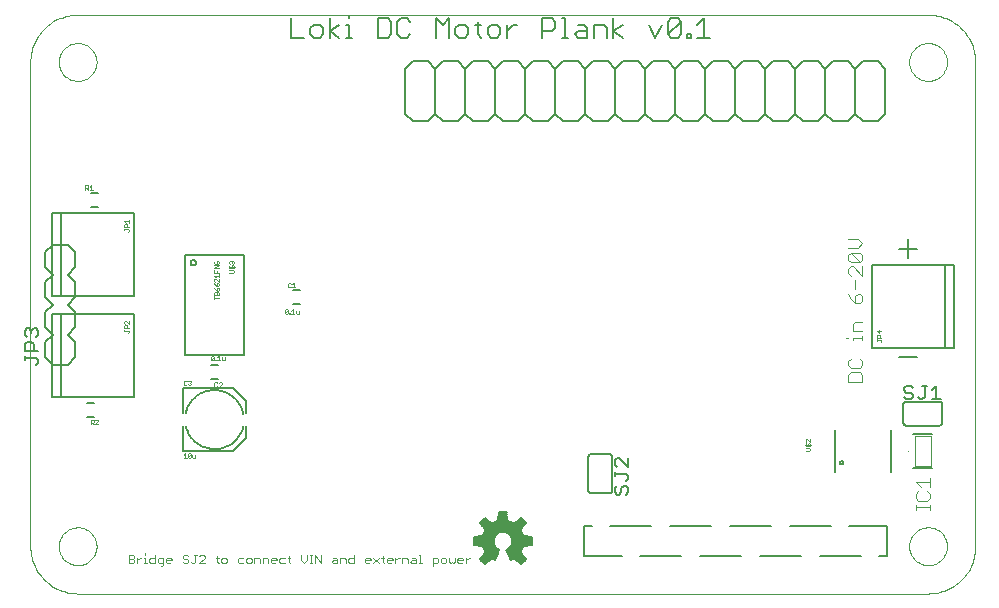
<source format=gto>
G75*
G70*
%OFA0B0*%
%FSLAX24Y24*%
%IPPOS*%
%LPD*%
%AMOC8*
5,1,8,0,0,1.08239X$1,22.5*
%
%ADD10C,0.0060*%
%ADD11C,0.0080*%
%ADD12C,0.0040*%
%ADD13C,0.0020*%
%ADD14C,0.0070*%
%ADD15C,0.0000*%
%ADD16C,0.0004*%
%ADD17C,0.0050*%
%ADD18C,0.0030*%
%ADD19C,0.0010*%
%ADD20C,0.0059*%
D10*
X007300Y006389D02*
X007536Y006389D01*
X007536Y006861D02*
X007300Y006861D01*
X011425Y007639D02*
X011661Y007639D01*
X011661Y008111D02*
X011425Y008111D01*
X014175Y010139D02*
X014411Y010139D01*
X014411Y010611D02*
X014175Y010611D01*
X007661Y013389D02*
X007425Y013389D01*
X007425Y013861D02*
X007661Y013861D01*
X017918Y016500D02*
X017918Y018000D01*
X018168Y018250D01*
X018668Y018250D01*
X018918Y018000D01*
X018918Y016500D01*
X019168Y016250D01*
X019668Y016250D01*
X019918Y016500D01*
X019918Y018000D01*
X020168Y018250D01*
X020668Y018250D01*
X020918Y018000D01*
X020918Y016500D01*
X021168Y016250D01*
X021668Y016250D01*
X021918Y016500D01*
X021918Y018000D01*
X022168Y018250D01*
X022668Y018250D01*
X022918Y018000D01*
X022918Y016500D01*
X023168Y016250D01*
X023668Y016250D01*
X023918Y016500D01*
X023918Y018000D01*
X024168Y018250D01*
X024668Y018250D01*
X024918Y018000D01*
X024918Y016500D01*
X024668Y016250D01*
X024168Y016250D01*
X023918Y016500D01*
X024918Y016500D02*
X025168Y016250D01*
X025668Y016250D01*
X025918Y016500D01*
X025918Y018000D01*
X026168Y018250D01*
X026668Y018250D01*
X026918Y018000D01*
X027168Y018250D01*
X027668Y018250D01*
X027918Y018000D01*
X028168Y018250D01*
X028668Y018250D01*
X028918Y018000D01*
X028918Y016500D01*
X029168Y016250D01*
X029668Y016250D01*
X029918Y016500D01*
X029918Y018000D01*
X030168Y018250D01*
X030668Y018250D01*
X030918Y018000D01*
X030918Y016500D01*
X030668Y016250D01*
X030168Y016250D01*
X029918Y016500D01*
X028918Y016500D02*
X028668Y016250D01*
X028168Y016250D01*
X027918Y016500D01*
X027918Y018000D01*
X026918Y018000D02*
X026918Y016500D01*
X027168Y016250D01*
X027668Y016250D01*
X027918Y016500D01*
X026918Y016500D02*
X026668Y016250D01*
X026168Y016250D01*
X025918Y016500D01*
X025918Y018000D02*
X025668Y018250D01*
X025168Y018250D01*
X024918Y018000D01*
X023918Y018000D02*
X023668Y018250D01*
X023168Y018250D01*
X022918Y018000D01*
X021918Y018000D02*
X021668Y018250D01*
X021168Y018250D01*
X020918Y018000D01*
X019918Y018000D02*
X019668Y018250D01*
X019168Y018250D01*
X018918Y018000D01*
X018942Y019030D02*
X018942Y019671D01*
X019156Y019457D01*
X019369Y019671D01*
X019369Y019030D01*
X019587Y019137D02*
X019693Y019030D01*
X019907Y019030D01*
X020014Y019137D01*
X020014Y019350D01*
X019907Y019457D01*
X019693Y019457D01*
X019587Y019350D01*
X019587Y019137D01*
X020231Y019457D02*
X020445Y019457D01*
X020338Y019564D02*
X020338Y019137D01*
X020445Y019030D01*
X020661Y019137D02*
X020768Y019030D01*
X020981Y019030D01*
X021088Y019137D01*
X021088Y019350D01*
X020981Y019457D01*
X020768Y019457D01*
X020661Y019350D01*
X020661Y019137D01*
X021306Y019244D02*
X021519Y019457D01*
X021626Y019457D01*
X021306Y019457D02*
X021306Y019030D01*
X022487Y019030D02*
X022487Y019671D01*
X022807Y019671D01*
X022914Y019564D01*
X022914Y019350D01*
X022807Y019244D01*
X022487Y019244D01*
X023132Y019030D02*
X023345Y019030D01*
X023239Y019030D02*
X023239Y019671D01*
X023132Y019671D01*
X023668Y019457D02*
X023882Y019457D01*
X023988Y019350D01*
X023988Y019030D01*
X023668Y019030D01*
X023561Y019137D01*
X023668Y019244D01*
X023988Y019244D01*
X024206Y019457D02*
X024526Y019457D01*
X024633Y019350D01*
X024633Y019030D01*
X024851Y019030D02*
X024851Y019671D01*
X025171Y019457D02*
X024851Y019244D01*
X025171Y019030D01*
X026032Y019457D02*
X026246Y019030D01*
X026459Y019457D01*
X026677Y019564D02*
X026784Y019671D01*
X026997Y019671D01*
X027104Y019564D01*
X026677Y019137D01*
X026784Y019030D01*
X026997Y019030D01*
X027104Y019137D01*
X027104Y019564D01*
X026677Y019564D02*
X026677Y019137D01*
X027321Y019137D02*
X027321Y019030D01*
X027428Y019030D01*
X027428Y019137D01*
X027321Y019137D01*
X027644Y019030D02*
X028071Y019030D01*
X027857Y019030D02*
X027857Y019671D01*
X027644Y019457D01*
X028918Y018000D02*
X029168Y018250D01*
X029668Y018250D01*
X029918Y018000D01*
X030918Y018000D02*
X031168Y018250D01*
X031668Y018250D01*
X031918Y018000D01*
X031918Y016500D01*
X031668Y016250D01*
X031168Y016250D01*
X030918Y016500D01*
X031918Y016500D02*
X032168Y016250D01*
X032668Y016250D01*
X032918Y016500D01*
X033168Y016250D01*
X033668Y016250D01*
X033918Y016500D01*
X033918Y018000D01*
X033668Y018250D01*
X033168Y018250D01*
X032918Y018000D01*
X032918Y016500D01*
X032918Y018000D02*
X032668Y018250D01*
X032168Y018250D01*
X031918Y018000D01*
X024206Y019030D02*
X024206Y019457D01*
X018080Y019564D02*
X017973Y019671D01*
X017760Y019671D01*
X017653Y019564D01*
X017653Y019137D01*
X017760Y019030D01*
X017973Y019030D01*
X018080Y019137D01*
X017436Y019137D02*
X017436Y019564D01*
X017329Y019671D01*
X017009Y019671D01*
X017009Y019030D01*
X017329Y019030D01*
X017436Y019137D01*
X016148Y019030D02*
X015934Y019030D01*
X016041Y019030D02*
X016041Y019457D01*
X015934Y019457D01*
X015717Y019457D02*
X015397Y019244D01*
X015717Y019030D01*
X015397Y019030D02*
X015397Y019671D01*
X015180Y019350D02*
X015073Y019457D01*
X014859Y019457D01*
X014753Y019350D01*
X014753Y019137D01*
X014859Y019030D01*
X015073Y019030D01*
X015180Y019137D01*
X015180Y019350D01*
X014535Y019030D02*
X014108Y019030D01*
X014108Y019671D01*
X016041Y019671D02*
X016041Y019777D01*
X017918Y016500D02*
X018168Y016250D01*
X018668Y016250D01*
X018918Y016500D01*
X019918Y016500D02*
X020168Y016250D01*
X020668Y016250D01*
X020918Y016500D01*
X021918Y016500D02*
X022168Y016250D01*
X022668Y016250D01*
X022918Y016500D01*
X034618Y006900D02*
X035718Y006900D01*
X035735Y006898D01*
X035752Y006894D01*
X035768Y006887D01*
X035782Y006877D01*
X035795Y006864D01*
X035805Y006850D01*
X035812Y006834D01*
X035816Y006817D01*
X035818Y006800D01*
X035818Y006200D01*
X035816Y006183D01*
X035812Y006166D01*
X035805Y006150D01*
X035795Y006136D01*
X035782Y006123D01*
X035768Y006113D01*
X035752Y006106D01*
X035735Y006102D01*
X035718Y006100D01*
X034618Y006100D01*
X034601Y006102D01*
X034584Y006106D01*
X034568Y006113D01*
X034554Y006123D01*
X034541Y006136D01*
X034531Y006150D01*
X034524Y006166D01*
X034520Y006183D01*
X034518Y006200D01*
X034518Y006800D01*
X034520Y006817D01*
X034524Y006834D01*
X034531Y006850D01*
X034541Y006864D01*
X034554Y006877D01*
X034568Y006887D01*
X034584Y006894D01*
X034601Y006898D01*
X034618Y006900D01*
X034098Y005960D02*
X034098Y004540D01*
X032238Y004540D02*
X032238Y005960D01*
X024818Y005050D02*
X024818Y003950D01*
X024816Y003933D01*
X024812Y003916D01*
X024805Y003900D01*
X024795Y003886D01*
X024782Y003873D01*
X024768Y003863D01*
X024752Y003856D01*
X024735Y003852D01*
X024718Y003850D01*
X024118Y003850D01*
X024101Y003852D01*
X024084Y003856D01*
X024068Y003863D01*
X024054Y003873D01*
X024041Y003886D01*
X024031Y003900D01*
X024024Y003916D01*
X024020Y003933D01*
X024018Y003950D01*
X024018Y005050D01*
X024020Y005067D01*
X024024Y005084D01*
X024031Y005100D01*
X024041Y005114D01*
X024054Y005127D01*
X024068Y005137D01*
X024084Y005144D01*
X024101Y005148D01*
X024118Y005150D01*
X024718Y005150D01*
X024735Y005148D01*
X024752Y005144D01*
X024768Y005137D01*
X024782Y005127D01*
X024795Y005114D01*
X024805Y005100D01*
X024812Y005084D01*
X024816Y005067D01*
X024818Y005050D01*
D11*
X032401Y004860D02*
X032403Y004875D01*
X032409Y004888D01*
X032418Y004900D01*
X032429Y004909D01*
X032443Y004915D01*
X032458Y004917D01*
X032473Y004915D01*
X032486Y004909D01*
X032498Y004900D01*
X032507Y004889D01*
X032513Y004875D01*
X032515Y004860D01*
X032513Y004845D01*
X032507Y004832D01*
X032498Y004820D01*
X032487Y004811D01*
X032473Y004805D01*
X032458Y004803D01*
X032443Y004805D01*
X032430Y004811D01*
X032418Y004820D01*
X032409Y004831D01*
X032403Y004845D01*
X032401Y004860D01*
X034373Y008375D02*
X034987Y008375D01*
X035895Y008686D02*
X033455Y008686D01*
X033455Y011442D01*
X035895Y011442D01*
X035895Y008686D01*
X036210Y008686D01*
X036210Y011442D01*
X035895Y011442D01*
X034987Y012000D02*
X034373Y012000D01*
X034680Y012307D02*
X034680Y011693D01*
X012527Y011798D02*
X012527Y008452D01*
X010559Y008452D01*
X010559Y011798D01*
X012527Y011798D01*
X010755Y011525D02*
X010757Y011543D01*
X010763Y011561D01*
X010772Y011577D01*
X010784Y011590D01*
X010799Y011601D01*
X010816Y011609D01*
X010834Y011613D01*
X010852Y011613D01*
X010870Y011609D01*
X010887Y011601D01*
X010902Y011590D01*
X010914Y011577D01*
X010923Y011561D01*
X010929Y011543D01*
X010931Y011525D01*
X010929Y011507D01*
X010923Y011489D01*
X010914Y011473D01*
X010902Y011460D01*
X010887Y011449D01*
X010870Y011441D01*
X010852Y011437D01*
X010834Y011437D01*
X010816Y011441D01*
X010799Y011449D01*
X010784Y011460D01*
X010772Y011473D01*
X010763Y011489D01*
X010757Y011507D01*
X010755Y011525D01*
X008882Y010433D02*
X006441Y010433D01*
X006441Y013189D01*
X008882Y013189D01*
X008882Y010433D01*
X008882Y009814D02*
X006441Y009814D01*
X006441Y007058D01*
X006126Y007058D01*
X006126Y009814D01*
X006441Y009814D01*
X006668Y010125D02*
X006918Y009875D01*
X006918Y009375D01*
X006668Y009125D01*
X006918Y008875D01*
X006918Y008375D01*
X006668Y008125D01*
X006168Y008125D01*
X005918Y008375D01*
X005918Y008875D01*
X006168Y009125D01*
X005918Y009375D01*
X005918Y009875D01*
X006168Y010125D01*
X005918Y010375D01*
X005918Y010875D01*
X006168Y011125D01*
X005918Y011375D01*
X005918Y011875D01*
X006168Y012125D01*
X006668Y012125D01*
X006918Y011875D01*
X006918Y011375D01*
X006668Y011125D01*
X006918Y010875D01*
X006918Y010375D01*
X006668Y010125D01*
X006441Y010433D02*
X006126Y010433D01*
X006126Y013189D01*
X006441Y013189D01*
X008882Y009814D02*
X008882Y007058D01*
X006441Y007058D01*
X010519Y007340D02*
X010519Y006513D01*
X010519Y006080D02*
X010519Y005253D01*
X012173Y005253D01*
X012606Y005686D01*
X012606Y006099D01*
X012606Y006513D02*
X012606Y006906D01*
X012173Y007340D01*
X010519Y007340D01*
X010598Y006513D02*
X010613Y006572D01*
X010631Y006629D01*
X010653Y006686D01*
X010678Y006741D01*
X010707Y006794D01*
X010739Y006846D01*
X010774Y006895D01*
X010812Y006942D01*
X010853Y006987D01*
X010897Y007029D01*
X010943Y007068D01*
X010991Y007104D01*
X011042Y007138D01*
X011095Y007168D01*
X011149Y007194D01*
X011205Y007218D01*
X011262Y007237D01*
X011321Y007253D01*
X011380Y007266D01*
X011440Y007275D01*
X011500Y007280D01*
X011561Y007281D01*
X011622Y007278D01*
X011682Y007272D01*
X011742Y007262D01*
X011801Y007248D01*
X011859Y007231D01*
X011916Y007210D01*
X011971Y007186D01*
X012025Y007158D01*
X012077Y007127D01*
X012127Y007093D01*
X012175Y007055D01*
X012220Y007015D01*
X012263Y006972D01*
X012303Y006927D01*
X012340Y006879D01*
X012374Y006829D01*
X012405Y006777D01*
X012432Y006723D01*
X012457Y006667D01*
X012477Y006610D01*
X012494Y006552D01*
X012508Y006493D01*
X012528Y006099D02*
X012513Y006039D01*
X012495Y005980D01*
X012472Y005922D01*
X012446Y005865D01*
X012417Y005811D01*
X012384Y005758D01*
X012348Y005707D01*
X012309Y005659D01*
X012267Y005613D01*
X012222Y005571D01*
X012175Y005530D01*
X012125Y005494D01*
X012073Y005460D01*
X012019Y005429D01*
X011963Y005402D01*
X011905Y005379D01*
X011846Y005359D01*
X011786Y005343D01*
X011726Y005331D01*
X011664Y005322D01*
X011602Y005318D01*
X011540Y005317D01*
X011478Y005320D01*
X011416Y005328D01*
X011355Y005339D01*
X011295Y005353D01*
X011236Y005372D01*
X011178Y005394D01*
X011121Y005420D01*
X011067Y005449D01*
X011014Y005482D01*
X010963Y005518D01*
X010915Y005557D01*
X010869Y005599D01*
X010826Y005644D01*
X010786Y005691D01*
X010749Y005741D01*
X010715Y005793D01*
X010685Y005847D01*
X010658Y005903D01*
X010634Y005961D01*
X010614Y006020D01*
X010598Y006080D01*
D12*
X032688Y007565D02*
X032688Y007795D01*
X032764Y007871D01*
X033071Y007871D01*
X033148Y007795D01*
X033148Y007565D01*
X032688Y007565D01*
X032764Y008025D02*
X033071Y008025D01*
X033148Y008102D01*
X033148Y008255D01*
X033071Y008332D01*
X032764Y008332D02*
X032688Y008255D01*
X032688Y008102D01*
X032764Y008025D01*
X032841Y008946D02*
X032841Y009022D01*
X033148Y009022D01*
X033148Y008946D02*
X033148Y009099D01*
X033148Y009253D02*
X032841Y009253D01*
X032841Y009483D01*
X032918Y009560D01*
X033148Y009560D01*
X032688Y009022D02*
X032611Y009022D01*
X032918Y010173D02*
X032918Y010404D01*
X032995Y010480D01*
X033071Y010480D01*
X033148Y010404D01*
X033148Y010250D01*
X033071Y010173D01*
X032918Y010173D01*
X032764Y010327D01*
X032688Y010480D01*
X032918Y010634D02*
X032918Y010941D01*
X032764Y011094D02*
X032688Y011171D01*
X032688Y011324D01*
X032764Y011401D01*
X032841Y011401D01*
X033148Y011094D01*
X033148Y011401D01*
X033071Y011555D02*
X032764Y011555D01*
X032688Y011631D01*
X032688Y011785D01*
X032764Y011862D01*
X033071Y011555D01*
X033148Y011631D01*
X033148Y011785D01*
X033071Y011862D01*
X032764Y011862D01*
X032688Y012015D02*
X032995Y012015D01*
X033148Y012168D01*
X032995Y012322D01*
X032688Y012322D01*
X035398Y004367D02*
X035398Y004060D01*
X035398Y004213D02*
X034938Y004213D01*
X035091Y004060D01*
X035014Y003906D02*
X034938Y003829D01*
X034938Y003676D01*
X035014Y003599D01*
X035321Y003599D01*
X035398Y003676D01*
X035398Y003829D01*
X035321Y003906D01*
X035398Y003446D02*
X035398Y003292D01*
X035398Y003369D02*
X034938Y003369D01*
X034938Y003292D02*
X034938Y003446D01*
D13*
X020070Y001697D02*
X020023Y001697D01*
X019930Y001603D01*
X019840Y001603D02*
X019654Y001603D01*
X019654Y001557D02*
X019654Y001650D01*
X019700Y001697D01*
X019794Y001697D01*
X019840Y001650D01*
X019840Y001603D01*
X019794Y001510D02*
X019700Y001510D01*
X019654Y001557D01*
X019564Y001557D02*
X019564Y001697D01*
X019564Y001557D02*
X019517Y001510D01*
X019471Y001557D01*
X019424Y001510D01*
X019377Y001557D01*
X019377Y001697D01*
X019288Y001650D02*
X019241Y001697D01*
X019148Y001697D01*
X019101Y001650D01*
X019101Y001557D01*
X019148Y001510D01*
X019241Y001510D01*
X019288Y001557D01*
X019288Y001650D01*
X019012Y001650D02*
X019012Y001557D01*
X018965Y001510D01*
X018825Y001510D01*
X018825Y001417D02*
X018825Y001697D01*
X018965Y001697D01*
X019012Y001650D01*
X018458Y001510D02*
X018364Y001510D01*
X018411Y001510D02*
X018411Y001790D01*
X018364Y001790D01*
X018228Y001697D02*
X018275Y001650D01*
X018275Y001510D01*
X018135Y001510D01*
X018088Y001557D01*
X018135Y001603D01*
X018275Y001603D01*
X018228Y001697D02*
X018135Y001697D01*
X017999Y001650D02*
X017999Y001510D01*
X017999Y001650D02*
X017952Y001697D01*
X017812Y001697D01*
X017812Y001510D01*
X017722Y001697D02*
X017675Y001697D01*
X017582Y001603D01*
X017492Y001603D02*
X017306Y001603D01*
X017306Y001557D02*
X017306Y001650D01*
X017352Y001697D01*
X017446Y001697D01*
X017492Y001650D01*
X017492Y001603D01*
X017446Y001510D02*
X017352Y001510D01*
X017306Y001557D01*
X017215Y001510D02*
X017168Y001557D01*
X017168Y001744D01*
X017121Y001697D02*
X017215Y001697D01*
X017032Y001697D02*
X016845Y001510D01*
X016756Y001603D02*
X016569Y001603D01*
X016569Y001557D02*
X016569Y001650D01*
X016616Y001697D01*
X016709Y001697D01*
X016756Y001650D01*
X016756Y001603D01*
X016709Y001510D02*
X016616Y001510D01*
X016569Y001557D01*
X016845Y001697D02*
X017032Y001510D01*
X017582Y001510D02*
X017582Y001697D01*
X016203Y001697D02*
X016063Y001697D01*
X016016Y001650D01*
X016016Y001557D01*
X016063Y001510D01*
X016203Y001510D01*
X016203Y001790D01*
X015927Y001650D02*
X015927Y001510D01*
X015927Y001650D02*
X015880Y001697D01*
X015740Y001697D01*
X015740Y001510D01*
X015651Y001510D02*
X015511Y001510D01*
X015464Y001557D01*
X015511Y001603D01*
X015651Y001603D01*
X015651Y001650D02*
X015651Y001510D01*
X015651Y001650D02*
X015604Y001697D01*
X015511Y001697D01*
X015098Y001790D02*
X015098Y001510D01*
X014912Y001790D01*
X014912Y001510D01*
X014821Y001510D02*
X014727Y001510D01*
X014774Y001510D02*
X014774Y001790D01*
X014727Y001790D02*
X014821Y001790D01*
X014638Y001790D02*
X014638Y001603D01*
X014545Y001510D01*
X014451Y001603D01*
X014451Y001790D01*
X014084Y001697D02*
X013991Y001697D01*
X014037Y001744D02*
X014037Y001557D01*
X014084Y001510D01*
X013901Y001510D02*
X013761Y001510D01*
X013714Y001557D01*
X013714Y001650D01*
X013761Y001697D01*
X013901Y001697D01*
X013625Y001650D02*
X013625Y001603D01*
X013438Y001603D01*
X013438Y001557D02*
X013438Y001650D01*
X013485Y001697D01*
X013578Y001697D01*
X013625Y001650D01*
X013578Y001510D02*
X013485Y001510D01*
X013438Y001557D01*
X013349Y001510D02*
X013349Y001650D01*
X013302Y001697D01*
X013162Y001697D01*
X013162Y001510D01*
X013073Y001510D02*
X013073Y001650D01*
X013026Y001697D01*
X012886Y001697D01*
X012886Y001510D01*
X012796Y001557D02*
X012796Y001650D01*
X012750Y001697D01*
X012656Y001697D01*
X012610Y001650D01*
X012610Y001557D01*
X012656Y001510D01*
X012750Y001510D01*
X012796Y001557D01*
X012520Y001510D02*
X012380Y001510D01*
X012333Y001557D01*
X012333Y001650D01*
X012380Y001697D01*
X012520Y001697D01*
X011968Y001650D02*
X011968Y001557D01*
X011921Y001510D01*
X011828Y001510D01*
X011781Y001557D01*
X011781Y001650D01*
X011828Y001697D01*
X011921Y001697D01*
X011968Y001650D01*
X011690Y001697D02*
X011597Y001697D01*
X011643Y001744D02*
X011643Y001557D01*
X011690Y001510D01*
X011231Y001510D02*
X011044Y001510D01*
X011231Y001697D01*
X011231Y001744D01*
X011184Y001790D01*
X011091Y001790D01*
X011044Y001744D01*
X010955Y001790D02*
X010861Y001790D01*
X010908Y001790D02*
X010908Y001557D01*
X010861Y001510D01*
X010815Y001510D01*
X010768Y001557D01*
X010679Y001557D02*
X010632Y001510D01*
X010538Y001510D01*
X010492Y001557D01*
X010538Y001650D02*
X010632Y001650D01*
X010679Y001603D01*
X010679Y001557D01*
X010538Y001650D02*
X010492Y001697D01*
X010492Y001744D01*
X010538Y001790D01*
X010632Y001790D01*
X010679Y001744D01*
X010126Y001650D02*
X010126Y001603D01*
X009939Y001603D01*
X009939Y001557D02*
X009939Y001650D01*
X009986Y001697D01*
X010079Y001697D01*
X010126Y001650D01*
X010079Y001510D02*
X009986Y001510D01*
X009939Y001557D01*
X009850Y001510D02*
X009710Y001510D01*
X009663Y001557D01*
X009663Y001650D01*
X009710Y001697D01*
X009850Y001697D01*
X009850Y001463D01*
X009803Y001417D01*
X009756Y001417D01*
X009574Y001510D02*
X009574Y001790D01*
X009574Y001697D02*
X009434Y001697D01*
X009387Y001650D01*
X009387Y001557D01*
X009434Y001510D01*
X009574Y001510D01*
X009296Y001510D02*
X009203Y001510D01*
X009249Y001510D02*
X009249Y001697D01*
X009203Y001697D01*
X009113Y001697D02*
X009066Y001697D01*
X008972Y001603D01*
X008883Y001603D02*
X008883Y001557D01*
X008836Y001510D01*
X008696Y001510D01*
X008696Y001790D01*
X008836Y001790D01*
X008883Y001744D01*
X008883Y001697D01*
X008836Y001650D01*
X008696Y001650D01*
X008836Y001650D02*
X008883Y001603D01*
X008972Y001510D02*
X008972Y001697D01*
X009249Y001790D02*
X009249Y001837D01*
X019930Y001697D02*
X019930Y001510D01*
D14*
X023879Y001758D02*
X025131Y001758D01*
X025729Y001742D02*
X027107Y001742D01*
X027729Y001742D02*
X029107Y001742D01*
X029729Y001742D02*
X031107Y001742D01*
X031729Y001742D02*
X033107Y001742D01*
X033694Y001758D02*
X033957Y001758D01*
X033957Y002742D01*
X032694Y002742D01*
X032107Y002742D02*
X030729Y002742D01*
X030107Y002742D02*
X028729Y002742D01*
X028107Y002742D02*
X026729Y002742D01*
X026107Y002742D02*
X024729Y002742D01*
X024131Y002742D02*
X023879Y002742D01*
X023879Y001758D01*
D15*
X005418Y002075D02*
X005418Y018217D01*
X006363Y018217D02*
X006365Y018267D01*
X006371Y018317D01*
X006381Y018366D01*
X006395Y018414D01*
X006412Y018461D01*
X006433Y018506D01*
X006458Y018550D01*
X006486Y018591D01*
X006518Y018630D01*
X006552Y018667D01*
X006589Y018701D01*
X006629Y018731D01*
X006671Y018758D01*
X006715Y018782D01*
X006761Y018803D01*
X006808Y018819D01*
X006856Y018832D01*
X006906Y018841D01*
X006955Y018846D01*
X007006Y018847D01*
X007056Y018844D01*
X007105Y018837D01*
X007154Y018826D01*
X007202Y018811D01*
X007248Y018793D01*
X007293Y018771D01*
X007336Y018745D01*
X007377Y018716D01*
X007416Y018684D01*
X007452Y018649D01*
X007484Y018611D01*
X007514Y018571D01*
X007541Y018528D01*
X007564Y018484D01*
X007583Y018438D01*
X007599Y018390D01*
X007611Y018341D01*
X007619Y018292D01*
X007623Y018242D01*
X007623Y018192D01*
X007619Y018142D01*
X007611Y018093D01*
X007599Y018044D01*
X007583Y017996D01*
X007564Y017950D01*
X007541Y017906D01*
X007514Y017863D01*
X007484Y017823D01*
X007452Y017785D01*
X007416Y017750D01*
X007377Y017718D01*
X007336Y017689D01*
X007293Y017663D01*
X007248Y017641D01*
X007202Y017623D01*
X007154Y017608D01*
X007105Y017597D01*
X007056Y017590D01*
X007006Y017587D01*
X006955Y017588D01*
X006906Y017593D01*
X006856Y017602D01*
X006808Y017615D01*
X006761Y017631D01*
X006715Y017652D01*
X006671Y017676D01*
X006629Y017703D01*
X006589Y017733D01*
X006552Y017767D01*
X006518Y017804D01*
X006486Y017843D01*
X006458Y017884D01*
X006433Y017928D01*
X006412Y017973D01*
X006395Y018020D01*
X006381Y018068D01*
X006371Y018117D01*
X006365Y018167D01*
X006363Y018217D01*
X005418Y018217D02*
X005420Y018294D01*
X005426Y018371D01*
X005435Y018448D01*
X005448Y018524D01*
X005465Y018600D01*
X005486Y018674D01*
X005510Y018748D01*
X005538Y018820D01*
X005569Y018890D01*
X005604Y018959D01*
X005642Y019027D01*
X005683Y019092D01*
X005728Y019155D01*
X005776Y019216D01*
X005826Y019275D01*
X005879Y019331D01*
X005935Y019384D01*
X005994Y019434D01*
X006055Y019482D01*
X006118Y019527D01*
X006183Y019568D01*
X006251Y019606D01*
X006320Y019641D01*
X006390Y019672D01*
X006462Y019700D01*
X006536Y019724D01*
X006610Y019745D01*
X006686Y019762D01*
X006762Y019775D01*
X006839Y019784D01*
X006916Y019790D01*
X006993Y019792D01*
X006993Y019791D02*
X035339Y019791D01*
X034709Y018217D02*
X034711Y018267D01*
X034717Y018317D01*
X034727Y018366D01*
X034741Y018414D01*
X034758Y018461D01*
X034779Y018506D01*
X034804Y018550D01*
X034832Y018591D01*
X034864Y018630D01*
X034898Y018667D01*
X034935Y018701D01*
X034975Y018731D01*
X035017Y018758D01*
X035061Y018782D01*
X035107Y018803D01*
X035154Y018819D01*
X035202Y018832D01*
X035252Y018841D01*
X035301Y018846D01*
X035352Y018847D01*
X035402Y018844D01*
X035451Y018837D01*
X035500Y018826D01*
X035548Y018811D01*
X035594Y018793D01*
X035639Y018771D01*
X035682Y018745D01*
X035723Y018716D01*
X035762Y018684D01*
X035798Y018649D01*
X035830Y018611D01*
X035860Y018571D01*
X035887Y018528D01*
X035910Y018484D01*
X035929Y018438D01*
X035945Y018390D01*
X035957Y018341D01*
X035965Y018292D01*
X035969Y018242D01*
X035969Y018192D01*
X035965Y018142D01*
X035957Y018093D01*
X035945Y018044D01*
X035929Y017996D01*
X035910Y017950D01*
X035887Y017906D01*
X035860Y017863D01*
X035830Y017823D01*
X035798Y017785D01*
X035762Y017750D01*
X035723Y017718D01*
X035682Y017689D01*
X035639Y017663D01*
X035594Y017641D01*
X035548Y017623D01*
X035500Y017608D01*
X035451Y017597D01*
X035402Y017590D01*
X035352Y017587D01*
X035301Y017588D01*
X035252Y017593D01*
X035202Y017602D01*
X035154Y017615D01*
X035107Y017631D01*
X035061Y017652D01*
X035017Y017676D01*
X034975Y017703D01*
X034935Y017733D01*
X034898Y017767D01*
X034864Y017804D01*
X034832Y017843D01*
X034804Y017884D01*
X034779Y017928D01*
X034758Y017973D01*
X034741Y018020D01*
X034727Y018068D01*
X034717Y018117D01*
X034711Y018167D01*
X034709Y018217D01*
X035339Y019792D02*
X035416Y019790D01*
X035493Y019784D01*
X035570Y019775D01*
X035646Y019762D01*
X035722Y019745D01*
X035796Y019724D01*
X035870Y019700D01*
X035942Y019672D01*
X036012Y019641D01*
X036081Y019606D01*
X036149Y019568D01*
X036214Y019527D01*
X036277Y019482D01*
X036338Y019434D01*
X036397Y019384D01*
X036453Y019331D01*
X036506Y019275D01*
X036556Y019216D01*
X036604Y019155D01*
X036649Y019092D01*
X036690Y019027D01*
X036728Y018959D01*
X036763Y018890D01*
X036794Y018820D01*
X036822Y018748D01*
X036846Y018674D01*
X036867Y018600D01*
X036884Y018524D01*
X036897Y018448D01*
X036906Y018371D01*
X036912Y018294D01*
X036914Y018217D01*
X036914Y002075D01*
X034709Y002075D02*
X034711Y002125D01*
X034717Y002175D01*
X034727Y002224D01*
X034741Y002272D01*
X034758Y002319D01*
X034779Y002364D01*
X034804Y002408D01*
X034832Y002449D01*
X034864Y002488D01*
X034898Y002525D01*
X034935Y002559D01*
X034975Y002589D01*
X035017Y002616D01*
X035061Y002640D01*
X035107Y002661D01*
X035154Y002677D01*
X035202Y002690D01*
X035252Y002699D01*
X035301Y002704D01*
X035352Y002705D01*
X035402Y002702D01*
X035451Y002695D01*
X035500Y002684D01*
X035548Y002669D01*
X035594Y002651D01*
X035639Y002629D01*
X035682Y002603D01*
X035723Y002574D01*
X035762Y002542D01*
X035798Y002507D01*
X035830Y002469D01*
X035860Y002429D01*
X035887Y002386D01*
X035910Y002342D01*
X035929Y002296D01*
X035945Y002248D01*
X035957Y002199D01*
X035965Y002150D01*
X035969Y002100D01*
X035969Y002050D01*
X035965Y002000D01*
X035957Y001951D01*
X035945Y001902D01*
X035929Y001854D01*
X035910Y001808D01*
X035887Y001764D01*
X035860Y001721D01*
X035830Y001681D01*
X035798Y001643D01*
X035762Y001608D01*
X035723Y001576D01*
X035682Y001547D01*
X035639Y001521D01*
X035594Y001499D01*
X035548Y001481D01*
X035500Y001466D01*
X035451Y001455D01*
X035402Y001448D01*
X035352Y001445D01*
X035301Y001446D01*
X035252Y001451D01*
X035202Y001460D01*
X035154Y001473D01*
X035107Y001489D01*
X035061Y001510D01*
X035017Y001534D01*
X034975Y001561D01*
X034935Y001591D01*
X034898Y001625D01*
X034864Y001662D01*
X034832Y001701D01*
X034804Y001742D01*
X034779Y001786D01*
X034758Y001831D01*
X034741Y001878D01*
X034727Y001926D01*
X034717Y001975D01*
X034711Y002025D01*
X034709Y002075D01*
X035339Y000500D02*
X035416Y000502D01*
X035493Y000508D01*
X035570Y000517D01*
X035646Y000530D01*
X035722Y000547D01*
X035796Y000568D01*
X035870Y000592D01*
X035942Y000620D01*
X036012Y000651D01*
X036081Y000686D01*
X036149Y000724D01*
X036214Y000765D01*
X036277Y000810D01*
X036338Y000858D01*
X036397Y000908D01*
X036453Y000961D01*
X036506Y001017D01*
X036556Y001076D01*
X036604Y001137D01*
X036649Y001200D01*
X036690Y001265D01*
X036728Y001333D01*
X036763Y001402D01*
X036794Y001472D01*
X036822Y001544D01*
X036846Y001618D01*
X036867Y001692D01*
X036884Y001768D01*
X036897Y001844D01*
X036906Y001921D01*
X036912Y001998D01*
X036914Y002075D01*
X035339Y000500D02*
X006993Y000500D01*
X006363Y002075D02*
X006365Y002125D01*
X006371Y002175D01*
X006381Y002224D01*
X006395Y002272D01*
X006412Y002319D01*
X006433Y002364D01*
X006458Y002408D01*
X006486Y002449D01*
X006518Y002488D01*
X006552Y002525D01*
X006589Y002559D01*
X006629Y002589D01*
X006671Y002616D01*
X006715Y002640D01*
X006761Y002661D01*
X006808Y002677D01*
X006856Y002690D01*
X006906Y002699D01*
X006955Y002704D01*
X007006Y002705D01*
X007056Y002702D01*
X007105Y002695D01*
X007154Y002684D01*
X007202Y002669D01*
X007248Y002651D01*
X007293Y002629D01*
X007336Y002603D01*
X007377Y002574D01*
X007416Y002542D01*
X007452Y002507D01*
X007484Y002469D01*
X007514Y002429D01*
X007541Y002386D01*
X007564Y002342D01*
X007583Y002296D01*
X007599Y002248D01*
X007611Y002199D01*
X007619Y002150D01*
X007623Y002100D01*
X007623Y002050D01*
X007619Y002000D01*
X007611Y001951D01*
X007599Y001902D01*
X007583Y001854D01*
X007564Y001808D01*
X007541Y001764D01*
X007514Y001721D01*
X007484Y001681D01*
X007452Y001643D01*
X007416Y001608D01*
X007377Y001576D01*
X007336Y001547D01*
X007293Y001521D01*
X007248Y001499D01*
X007202Y001481D01*
X007154Y001466D01*
X007105Y001455D01*
X007056Y001448D01*
X007006Y001445D01*
X006955Y001446D01*
X006906Y001451D01*
X006856Y001460D01*
X006808Y001473D01*
X006761Y001489D01*
X006715Y001510D01*
X006671Y001534D01*
X006629Y001561D01*
X006589Y001591D01*
X006552Y001625D01*
X006518Y001662D01*
X006486Y001701D01*
X006458Y001742D01*
X006433Y001786D01*
X006412Y001831D01*
X006395Y001878D01*
X006381Y001926D01*
X006371Y001975D01*
X006365Y002025D01*
X006363Y002075D01*
X005418Y002075D02*
X005420Y001998D01*
X005426Y001921D01*
X005435Y001844D01*
X005448Y001768D01*
X005465Y001692D01*
X005486Y001618D01*
X005510Y001544D01*
X005538Y001472D01*
X005569Y001402D01*
X005604Y001333D01*
X005642Y001265D01*
X005683Y001200D01*
X005728Y001137D01*
X005776Y001076D01*
X005826Y001017D01*
X005879Y000961D01*
X005935Y000908D01*
X005994Y000858D01*
X006055Y000810D01*
X006118Y000765D01*
X006183Y000724D01*
X006251Y000686D01*
X006320Y000651D01*
X006390Y000620D01*
X006462Y000592D01*
X006536Y000568D01*
X006610Y000547D01*
X006686Y000530D01*
X006762Y000517D01*
X006839Y000508D01*
X006916Y000502D01*
X006993Y000500D01*
D16*
X034656Y005250D02*
X034660Y005250D01*
D17*
X034853Y005809D02*
X035483Y005809D01*
X035483Y004691D02*
X034853Y004691D01*
X034768Y006975D02*
X034618Y006975D01*
X034543Y007050D01*
X034618Y007200D02*
X034768Y007200D01*
X034843Y007125D01*
X034843Y007050D01*
X034768Y006975D01*
X035004Y007050D02*
X035079Y006975D01*
X035154Y006975D01*
X035229Y007050D01*
X035229Y007425D01*
X035154Y007425D02*
X035304Y007425D01*
X035464Y007275D02*
X035614Y007425D01*
X035614Y006975D01*
X035464Y006975D02*
X035764Y006975D01*
X034843Y007350D02*
X034768Y007425D01*
X034618Y007425D01*
X034543Y007350D01*
X034543Y007275D01*
X034618Y007200D01*
X025343Y005015D02*
X025343Y004715D01*
X025043Y005015D01*
X024968Y005015D01*
X024893Y004940D01*
X024893Y004790D01*
X024968Y004715D01*
X024893Y004554D02*
X024893Y004404D01*
X024893Y004479D02*
X025268Y004479D01*
X025343Y004404D01*
X025343Y004329D01*
X025268Y004254D01*
X025268Y004094D02*
X025343Y004019D01*
X025343Y003869D01*
X025268Y003794D01*
X025118Y003869D02*
X025118Y004019D01*
X025193Y004094D01*
X025268Y004094D01*
X025118Y003869D02*
X025043Y003794D01*
X024968Y003794D01*
X024893Y003869D01*
X024893Y004019D01*
X024968Y004094D01*
X005673Y008195D02*
X005673Y008270D01*
X005598Y008345D01*
X005223Y008345D01*
X005223Y008270D02*
X005223Y008420D01*
X005223Y008580D02*
X005223Y008806D01*
X005298Y008881D01*
X005448Y008881D01*
X005523Y008806D01*
X005523Y008580D01*
X005673Y008580D02*
X005223Y008580D01*
X005673Y008195D02*
X005598Y008120D01*
X005598Y009041D02*
X005673Y009116D01*
X005673Y009266D01*
X005598Y009341D01*
X005523Y009341D01*
X005448Y009266D01*
X005448Y009191D01*
X005448Y009266D02*
X005373Y009341D01*
X005298Y009341D01*
X005223Y009266D01*
X005223Y009116D01*
X005298Y009041D01*
D18*
X034908Y005750D02*
X034908Y004746D01*
X035424Y004746D01*
X035424Y005750D01*
X034908Y005750D01*
D19*
X031438Y005452D02*
X031238Y005452D01*
X031263Y005427D02*
X031263Y005477D01*
X031288Y005502D01*
X031288Y005550D02*
X031263Y005575D01*
X031263Y005625D01*
X031288Y005650D01*
X031313Y005650D01*
X031413Y005550D01*
X031413Y005650D01*
X031388Y005502D02*
X031363Y005502D01*
X031338Y005477D01*
X031338Y005427D01*
X031313Y005402D01*
X031288Y005402D01*
X031263Y005427D01*
X031263Y005355D02*
X031388Y005355D01*
X031413Y005330D01*
X031413Y005280D01*
X031388Y005255D01*
X031263Y005255D01*
X031388Y005402D02*
X031413Y005427D01*
X031413Y005477D01*
X031388Y005502D01*
X033638Y008930D02*
X033638Y008980D01*
X033638Y008955D02*
X033763Y008955D01*
X033788Y008930D01*
X033788Y008905D01*
X033763Y008880D01*
X033738Y009027D02*
X033738Y009102D01*
X033713Y009127D01*
X033663Y009127D01*
X033638Y009102D01*
X033638Y009027D01*
X033788Y009027D01*
X033713Y009175D02*
X033713Y009275D01*
X033638Y009250D02*
X033713Y009175D01*
X033788Y009250D02*
X033638Y009250D01*
X014367Y009830D02*
X014367Y009930D01*
X014367Y009830D02*
X014291Y009830D01*
X014266Y009855D01*
X014266Y009930D01*
X014169Y009980D02*
X014169Y009830D01*
X014119Y009830D02*
X014219Y009830D01*
X014119Y009930D02*
X014169Y009980D01*
X014070Y009855D02*
X014070Y009830D01*
X014045Y009830D01*
X014045Y009855D01*
X014070Y009855D01*
X013998Y009855D02*
X013973Y009830D01*
X013923Y009830D01*
X013898Y009855D01*
X013998Y009955D01*
X013998Y009855D01*
X013898Y009855D02*
X013898Y009955D01*
X013923Y009980D01*
X013973Y009980D01*
X013998Y009955D01*
X014023Y010705D02*
X014073Y010705D01*
X014098Y010730D01*
X014145Y010705D02*
X014246Y010705D01*
X014195Y010705D02*
X014195Y010855D01*
X014145Y010805D01*
X014098Y010830D02*
X014073Y010855D01*
X014023Y010855D01*
X013998Y010830D01*
X013998Y010730D01*
X014023Y010705D01*
X012198Y011213D02*
X012198Y011263D01*
X012173Y011288D01*
X012048Y011288D01*
X012073Y011335D02*
X012048Y011360D01*
X012048Y011410D01*
X012073Y011435D01*
X012073Y011483D02*
X012048Y011508D01*
X012048Y011558D01*
X012073Y011583D01*
X012098Y011583D01*
X012123Y011558D01*
X012148Y011583D01*
X012173Y011583D01*
X012198Y011558D01*
X012198Y011508D01*
X012173Y011483D01*
X012173Y011435D02*
X012148Y011435D01*
X012123Y011410D01*
X012123Y011360D01*
X012098Y011335D01*
X012073Y011335D01*
X012023Y011385D02*
X012223Y011385D01*
X012198Y011360D02*
X012198Y011410D01*
X012173Y011435D01*
X012198Y011360D02*
X012173Y011335D01*
X012198Y011213D02*
X012173Y011188D01*
X012048Y011188D01*
X011698Y011188D02*
X011548Y011188D01*
X011548Y011288D01*
X011548Y011335D02*
X011698Y011435D01*
X011548Y011435D01*
X011573Y011483D02*
X011673Y011483D01*
X011698Y011508D01*
X011698Y011558D01*
X011673Y011583D01*
X011623Y011583D01*
X011623Y011533D01*
X011573Y011583D02*
X011548Y011558D01*
X011548Y011508D01*
X011573Y011483D01*
X011548Y011335D02*
X011698Y011335D01*
X011623Y011238D02*
X011623Y011188D01*
X011698Y011141D02*
X011698Y011041D01*
X011698Y010993D02*
X011698Y010893D01*
X011598Y010993D01*
X011573Y010993D01*
X011548Y010968D01*
X011548Y010918D01*
X011573Y010893D01*
X011548Y010846D02*
X011573Y010796D01*
X011623Y010746D01*
X011623Y010821D01*
X011648Y010846D01*
X011673Y010846D01*
X011698Y010821D01*
X011698Y010771D01*
X011673Y010746D01*
X011623Y010746D01*
X011648Y010699D02*
X011623Y010674D01*
X011623Y010599D01*
X011673Y010599D01*
X011698Y010624D01*
X011698Y010674D01*
X011673Y010699D01*
X011648Y010699D01*
X011573Y010649D02*
X011623Y010599D01*
X011598Y010551D02*
X011623Y010526D01*
X011623Y010451D01*
X011548Y010451D02*
X011548Y010526D01*
X011573Y010551D01*
X011598Y010551D01*
X011623Y010526D02*
X011648Y010551D01*
X011673Y010551D01*
X011698Y010526D01*
X011698Y010451D01*
X011548Y010451D01*
X011548Y010404D02*
X011548Y010304D01*
X011548Y010354D02*
X011698Y010354D01*
X011573Y010649D02*
X011548Y010699D01*
X011598Y011041D02*
X011548Y011091D01*
X011698Y011091D01*
X012123Y011533D02*
X012123Y011558D01*
X008698Y012588D02*
X008698Y012613D01*
X008673Y012638D01*
X008548Y012638D01*
X008548Y012613D02*
X008548Y012663D01*
X008548Y012710D02*
X008548Y012785D01*
X008573Y012810D01*
X008623Y012810D01*
X008648Y012785D01*
X008648Y012710D01*
X008698Y012710D02*
X008548Y012710D01*
X008598Y012858D02*
X008548Y012908D01*
X008698Y012908D01*
X008698Y012858D02*
X008698Y012958D01*
X008698Y012588D02*
X008673Y012563D01*
X007496Y013955D02*
X007395Y013955D01*
X007348Y013955D02*
X007298Y014005D01*
X007323Y014005D02*
X007248Y014005D01*
X007248Y013955D02*
X007248Y014105D01*
X007323Y014105D01*
X007348Y014080D01*
X007348Y014030D01*
X007323Y014005D01*
X007395Y014055D02*
X007445Y014105D01*
X007445Y013955D01*
X008573Y009583D02*
X008548Y009558D01*
X008548Y009508D01*
X008573Y009483D01*
X008573Y009435D02*
X008623Y009435D01*
X008648Y009410D01*
X008648Y009335D01*
X008698Y009335D02*
X008548Y009335D01*
X008548Y009410D01*
X008573Y009435D01*
X008698Y009483D02*
X008598Y009583D01*
X008573Y009583D01*
X008698Y009583D02*
X008698Y009483D01*
X008673Y009263D02*
X008548Y009263D01*
X008548Y009238D02*
X008548Y009288D01*
X008673Y009263D02*
X008698Y009238D01*
X008698Y009213D01*
X008673Y009188D01*
X011432Y008395D02*
X011457Y008420D01*
X011508Y008420D01*
X011533Y008395D01*
X011432Y008295D01*
X011457Y008270D01*
X011508Y008270D01*
X011533Y008295D01*
X011533Y008395D01*
X011432Y008395D02*
X011432Y008295D01*
X011580Y008295D02*
X011605Y008295D01*
X011605Y008270D01*
X011580Y008270D01*
X011580Y008295D01*
X011653Y008270D02*
X011754Y008270D01*
X011704Y008270D02*
X011704Y008420D01*
X011653Y008370D01*
X011801Y008370D02*
X011801Y008295D01*
X011826Y008270D01*
X011901Y008270D01*
X011901Y008370D01*
X011776Y007545D02*
X011726Y007545D01*
X011701Y007520D01*
X011654Y007520D02*
X011629Y007545D01*
X011578Y007545D01*
X011553Y007520D01*
X011553Y007420D01*
X011578Y007395D01*
X011629Y007395D01*
X011654Y007420D01*
X011701Y007395D02*
X011801Y007495D01*
X011801Y007520D01*
X011776Y007545D01*
X011801Y007395D02*
X011701Y007395D01*
X010772Y007468D02*
X010747Y007443D01*
X010697Y007443D01*
X010672Y007468D01*
X010625Y007468D02*
X010600Y007443D01*
X010550Y007443D01*
X010524Y007468D01*
X010524Y007568D01*
X010550Y007593D01*
X010600Y007593D01*
X010625Y007568D01*
X010672Y007568D02*
X010697Y007593D01*
X010747Y007593D01*
X010772Y007568D01*
X010772Y007543D01*
X010747Y007518D01*
X010772Y007493D01*
X010772Y007468D01*
X010747Y007518D02*
X010722Y007518D01*
X007676Y006270D02*
X007651Y006295D01*
X007601Y006295D01*
X007576Y006270D01*
X007529Y006270D02*
X007529Y006220D01*
X007504Y006195D01*
X007428Y006195D01*
X007428Y006145D02*
X007428Y006295D01*
X007504Y006295D01*
X007529Y006270D01*
X007479Y006195D02*
X007529Y006145D01*
X007576Y006145D02*
X007676Y006245D01*
X007676Y006270D01*
X007676Y006145D02*
X007576Y006145D01*
X010524Y005122D02*
X010575Y005172D01*
X010575Y005022D01*
X010625Y005022D02*
X010524Y005022D01*
X010672Y005047D02*
X010772Y005147D01*
X010772Y005047D01*
X010747Y005022D01*
X010697Y005022D01*
X010672Y005047D01*
X010672Y005147D01*
X010697Y005172D01*
X010747Y005172D01*
X010772Y005147D01*
X010819Y005122D02*
X010819Y005047D01*
X010844Y005022D01*
X010919Y005022D01*
X010919Y005122D01*
D20*
X020191Y002370D02*
X020191Y002130D01*
X020509Y002098D01*
X020543Y001991D01*
X020594Y001891D01*
X020393Y001644D01*
X020562Y001474D01*
X020810Y001676D01*
X020909Y001625D01*
X021050Y001966D01*
X020997Y001994D01*
X020951Y002032D01*
X020912Y002079D01*
X020884Y002132D01*
X020866Y002190D01*
X020861Y002250D01*
X020867Y002313D01*
X020886Y002373D01*
X020917Y002428D01*
X020959Y002475D01*
X021009Y002513D01*
X021067Y002540D01*
X021128Y002555D01*
X021191Y002557D01*
X021253Y002546D01*
X021312Y002522D01*
X021364Y002487D01*
X021409Y002442D01*
X021443Y002389D01*
X021465Y002330D01*
X021475Y002267D01*
X021472Y002204D01*
X021456Y002143D01*
X021429Y002086D01*
X021390Y002037D01*
X021341Y001996D01*
X021286Y001966D01*
X021427Y001625D01*
X021527Y001676D01*
X021774Y001474D01*
X021944Y001644D01*
X021742Y001891D01*
X021793Y001991D01*
X021827Y002098D01*
X022145Y002130D01*
X022145Y002370D01*
X021827Y002402D01*
X021793Y002509D01*
X021742Y002609D01*
X021944Y002856D01*
X021774Y003026D01*
X021527Y002824D01*
X021427Y002875D01*
X021320Y002909D01*
X021288Y003227D01*
X021048Y003227D01*
X021016Y002909D01*
X020909Y002875D01*
X020810Y002824D01*
X020562Y003026D01*
X020393Y002856D01*
X020594Y002609D01*
X020543Y002509D01*
X020509Y002402D01*
X020191Y002370D01*
X020191Y002342D02*
X020876Y002342D01*
X020864Y002284D02*
X020191Y002284D01*
X020191Y002227D02*
X020863Y002227D01*
X020873Y002169D02*
X020191Y002169D01*
X020373Y002112D02*
X020895Y002112D01*
X020933Y002054D02*
X020523Y002054D01*
X020541Y001996D02*
X020995Y001996D01*
X021039Y001939D02*
X020570Y001939D01*
X020586Y001881D02*
X021015Y001881D01*
X020992Y001824D02*
X020539Y001824D01*
X020492Y001766D02*
X020968Y001766D01*
X020944Y001709D02*
X020445Y001709D01*
X020398Y001651D02*
X020779Y001651D01*
X020858Y001651D02*
X020920Y001651D01*
X020708Y001594D02*
X020443Y001594D01*
X020501Y001536D02*
X020638Y001536D01*
X020567Y001478D02*
X020558Y001478D01*
X021345Y001824D02*
X021797Y001824D01*
X021750Y001881D02*
X021321Y001881D01*
X021297Y001939D02*
X021766Y001939D01*
X021795Y001996D02*
X021342Y001996D01*
X021403Y002054D02*
X021813Y002054D01*
X021963Y002112D02*
X021441Y002112D01*
X021463Y002169D02*
X022145Y002169D01*
X022145Y002227D02*
X021473Y002227D01*
X021472Y002284D02*
X022145Y002284D01*
X022145Y002342D02*
X021461Y002342D01*
X021436Y002399D02*
X021856Y002399D01*
X021810Y002457D02*
X021394Y002457D01*
X021323Y002514D02*
X021790Y002514D01*
X021761Y002572D02*
X020575Y002572D01*
X020577Y002630D02*
X021759Y002630D01*
X021806Y002687D02*
X020530Y002687D01*
X020483Y002745D02*
X021853Y002745D01*
X021900Y002802D02*
X020436Y002802D01*
X020396Y002860D02*
X020765Y002860D01*
X020695Y002917D02*
X020454Y002917D01*
X020511Y002975D02*
X020624Y002975D01*
X020879Y002860D02*
X021457Y002860D01*
X021571Y002860D02*
X021940Y002860D01*
X021882Y002917D02*
X021641Y002917D01*
X021712Y002975D02*
X021825Y002975D01*
X021320Y002917D02*
X021017Y002917D01*
X021023Y002975D02*
X021314Y002975D01*
X021308Y003032D02*
X021028Y003032D01*
X021034Y003090D02*
X021302Y003090D01*
X021296Y003148D02*
X021040Y003148D01*
X021046Y003205D02*
X021290Y003205D01*
X021011Y002514D02*
X020546Y002514D01*
X020526Y002457D02*
X020943Y002457D01*
X020901Y002399D02*
X020480Y002399D01*
X021369Y001766D02*
X021844Y001766D01*
X021891Y001709D02*
X021392Y001709D01*
X021416Y001651D02*
X021478Y001651D01*
X021557Y001651D02*
X021938Y001651D01*
X021893Y001594D02*
X021628Y001594D01*
X021699Y001536D02*
X021836Y001536D01*
X021778Y001478D02*
X021769Y001478D01*
M02*

</source>
